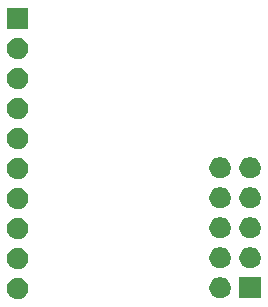
<source format=gbs>
G04 #@! TF.GenerationSoftware,KiCad,Pcbnew,(5.1.5)-2*
G04 #@! TF.CreationDate,2019-12-05T22:10:54+11:00*
G04 #@! TF.ProjectId,BluePill-BitBlaster,426c7565-5069-46c6-9c2d-426974426c61,rev?*
G04 #@! TF.SameCoordinates,Original*
G04 #@! TF.FileFunction,Soldermask,Bot*
G04 #@! TF.FilePolarity,Negative*
%FSLAX46Y46*%
G04 Gerber Fmt 4.6, Leading zero omitted, Abs format (unit mm)*
G04 Created by KiCad (PCBNEW (5.1.5)-2) date 2019-12-05 22:10:54*
%MOMM*%
%LPD*%
G04 APERTURE LIST*
%ADD10C,0.100000*%
G04 APERTURE END LIST*
D10*
G36*
X111238512Y-72188927D02*
G01*
X111387812Y-72218624D01*
X111551784Y-72286544D01*
X111699354Y-72385147D01*
X111824853Y-72510646D01*
X111923456Y-72658216D01*
X111991376Y-72822188D01*
X112026000Y-72996259D01*
X112026000Y-73173741D01*
X111991376Y-73347812D01*
X111923456Y-73511784D01*
X111824853Y-73659354D01*
X111699354Y-73784853D01*
X111551784Y-73883456D01*
X111387812Y-73951376D01*
X111238512Y-73981073D01*
X111213742Y-73986000D01*
X111036258Y-73986000D01*
X111011488Y-73981073D01*
X110862188Y-73951376D01*
X110698216Y-73883456D01*
X110550646Y-73784853D01*
X110425147Y-73659354D01*
X110326544Y-73511784D01*
X110258624Y-73347812D01*
X110224000Y-73173741D01*
X110224000Y-72996259D01*
X110258624Y-72822188D01*
X110326544Y-72658216D01*
X110425147Y-72510646D01*
X110550646Y-72385147D01*
X110698216Y-72286544D01*
X110862188Y-72218624D01*
X111011488Y-72188927D01*
X111036258Y-72184000D01*
X111213742Y-72184000D01*
X111238512Y-72188927D01*
G37*
G36*
X131711000Y-73926000D02*
G01*
X129909000Y-73926000D01*
X129909000Y-72124000D01*
X131711000Y-72124000D01*
X131711000Y-73926000D01*
G37*
G36*
X128383512Y-72128927D02*
G01*
X128532812Y-72158624D01*
X128696784Y-72226544D01*
X128844354Y-72325147D01*
X128969853Y-72450646D01*
X129068456Y-72598216D01*
X129136376Y-72762188D01*
X129171000Y-72936259D01*
X129171000Y-73113741D01*
X129136376Y-73287812D01*
X129068456Y-73451784D01*
X128969853Y-73599354D01*
X128844354Y-73724853D01*
X128696784Y-73823456D01*
X128532812Y-73891376D01*
X128383512Y-73921073D01*
X128358742Y-73926000D01*
X128181258Y-73926000D01*
X128156488Y-73921073D01*
X128007188Y-73891376D01*
X127843216Y-73823456D01*
X127695646Y-73724853D01*
X127570147Y-73599354D01*
X127471544Y-73451784D01*
X127403624Y-73287812D01*
X127369000Y-73113741D01*
X127369000Y-72936259D01*
X127403624Y-72762188D01*
X127471544Y-72598216D01*
X127570147Y-72450646D01*
X127695646Y-72325147D01*
X127843216Y-72226544D01*
X128007188Y-72158624D01*
X128156488Y-72128927D01*
X128181258Y-72124000D01*
X128358742Y-72124000D01*
X128383512Y-72128927D01*
G37*
G36*
X111238512Y-69648927D02*
G01*
X111387812Y-69678624D01*
X111551784Y-69746544D01*
X111699354Y-69845147D01*
X111824853Y-69970646D01*
X111923456Y-70118216D01*
X111991376Y-70282188D01*
X112026000Y-70456259D01*
X112026000Y-70633741D01*
X111991376Y-70807812D01*
X111923456Y-70971784D01*
X111824853Y-71119354D01*
X111699354Y-71244853D01*
X111551784Y-71343456D01*
X111387812Y-71411376D01*
X111238512Y-71441073D01*
X111213742Y-71446000D01*
X111036258Y-71446000D01*
X111011488Y-71441073D01*
X110862188Y-71411376D01*
X110698216Y-71343456D01*
X110550646Y-71244853D01*
X110425147Y-71119354D01*
X110326544Y-70971784D01*
X110258624Y-70807812D01*
X110224000Y-70633741D01*
X110224000Y-70456259D01*
X110258624Y-70282188D01*
X110326544Y-70118216D01*
X110425147Y-69970646D01*
X110550646Y-69845147D01*
X110698216Y-69746544D01*
X110862188Y-69678624D01*
X111011488Y-69648927D01*
X111036258Y-69644000D01*
X111213742Y-69644000D01*
X111238512Y-69648927D01*
G37*
G36*
X128383512Y-69588927D02*
G01*
X128532812Y-69618624D01*
X128696784Y-69686544D01*
X128844354Y-69785147D01*
X128969853Y-69910646D01*
X129068456Y-70058216D01*
X129136376Y-70222188D01*
X129171000Y-70396259D01*
X129171000Y-70573741D01*
X129136376Y-70747812D01*
X129068456Y-70911784D01*
X128969853Y-71059354D01*
X128844354Y-71184853D01*
X128696784Y-71283456D01*
X128532812Y-71351376D01*
X128383512Y-71381073D01*
X128358742Y-71386000D01*
X128181258Y-71386000D01*
X128156488Y-71381073D01*
X128007188Y-71351376D01*
X127843216Y-71283456D01*
X127695646Y-71184853D01*
X127570147Y-71059354D01*
X127471544Y-70911784D01*
X127403624Y-70747812D01*
X127369000Y-70573741D01*
X127369000Y-70396259D01*
X127403624Y-70222188D01*
X127471544Y-70058216D01*
X127570147Y-69910646D01*
X127695646Y-69785147D01*
X127843216Y-69686544D01*
X128007188Y-69618624D01*
X128156488Y-69588927D01*
X128181258Y-69584000D01*
X128358742Y-69584000D01*
X128383512Y-69588927D01*
G37*
G36*
X130923512Y-69588927D02*
G01*
X131072812Y-69618624D01*
X131236784Y-69686544D01*
X131384354Y-69785147D01*
X131509853Y-69910646D01*
X131608456Y-70058216D01*
X131676376Y-70222188D01*
X131711000Y-70396259D01*
X131711000Y-70573741D01*
X131676376Y-70747812D01*
X131608456Y-70911784D01*
X131509853Y-71059354D01*
X131384354Y-71184853D01*
X131236784Y-71283456D01*
X131072812Y-71351376D01*
X130923512Y-71381073D01*
X130898742Y-71386000D01*
X130721258Y-71386000D01*
X130696488Y-71381073D01*
X130547188Y-71351376D01*
X130383216Y-71283456D01*
X130235646Y-71184853D01*
X130110147Y-71059354D01*
X130011544Y-70911784D01*
X129943624Y-70747812D01*
X129909000Y-70573741D01*
X129909000Y-70396259D01*
X129943624Y-70222188D01*
X130011544Y-70058216D01*
X130110147Y-69910646D01*
X130235646Y-69785147D01*
X130383216Y-69686544D01*
X130547188Y-69618624D01*
X130696488Y-69588927D01*
X130721258Y-69584000D01*
X130898742Y-69584000D01*
X130923512Y-69588927D01*
G37*
G36*
X111238512Y-67108927D02*
G01*
X111387812Y-67138624D01*
X111551784Y-67206544D01*
X111699354Y-67305147D01*
X111824853Y-67430646D01*
X111923456Y-67578216D01*
X111991376Y-67742188D01*
X112026000Y-67916259D01*
X112026000Y-68093741D01*
X111991376Y-68267812D01*
X111923456Y-68431784D01*
X111824853Y-68579354D01*
X111699354Y-68704853D01*
X111551784Y-68803456D01*
X111387812Y-68871376D01*
X111238512Y-68901073D01*
X111213742Y-68906000D01*
X111036258Y-68906000D01*
X111011488Y-68901073D01*
X110862188Y-68871376D01*
X110698216Y-68803456D01*
X110550646Y-68704853D01*
X110425147Y-68579354D01*
X110326544Y-68431784D01*
X110258624Y-68267812D01*
X110224000Y-68093741D01*
X110224000Y-67916259D01*
X110258624Y-67742188D01*
X110326544Y-67578216D01*
X110425147Y-67430646D01*
X110550646Y-67305147D01*
X110698216Y-67206544D01*
X110862188Y-67138624D01*
X111011488Y-67108927D01*
X111036258Y-67104000D01*
X111213742Y-67104000D01*
X111238512Y-67108927D01*
G37*
G36*
X130923512Y-67048927D02*
G01*
X131072812Y-67078624D01*
X131236784Y-67146544D01*
X131384354Y-67245147D01*
X131509853Y-67370646D01*
X131608456Y-67518216D01*
X131676376Y-67682188D01*
X131711000Y-67856259D01*
X131711000Y-68033741D01*
X131676376Y-68207812D01*
X131608456Y-68371784D01*
X131509853Y-68519354D01*
X131384354Y-68644853D01*
X131236784Y-68743456D01*
X131072812Y-68811376D01*
X130923512Y-68841073D01*
X130898742Y-68846000D01*
X130721258Y-68846000D01*
X130696488Y-68841073D01*
X130547188Y-68811376D01*
X130383216Y-68743456D01*
X130235646Y-68644853D01*
X130110147Y-68519354D01*
X130011544Y-68371784D01*
X129943624Y-68207812D01*
X129909000Y-68033741D01*
X129909000Y-67856259D01*
X129943624Y-67682188D01*
X130011544Y-67518216D01*
X130110147Y-67370646D01*
X130235646Y-67245147D01*
X130383216Y-67146544D01*
X130547188Y-67078624D01*
X130696488Y-67048927D01*
X130721258Y-67044000D01*
X130898742Y-67044000D01*
X130923512Y-67048927D01*
G37*
G36*
X128383512Y-67048927D02*
G01*
X128532812Y-67078624D01*
X128696784Y-67146544D01*
X128844354Y-67245147D01*
X128969853Y-67370646D01*
X129068456Y-67518216D01*
X129136376Y-67682188D01*
X129171000Y-67856259D01*
X129171000Y-68033741D01*
X129136376Y-68207812D01*
X129068456Y-68371784D01*
X128969853Y-68519354D01*
X128844354Y-68644853D01*
X128696784Y-68743456D01*
X128532812Y-68811376D01*
X128383512Y-68841073D01*
X128358742Y-68846000D01*
X128181258Y-68846000D01*
X128156488Y-68841073D01*
X128007188Y-68811376D01*
X127843216Y-68743456D01*
X127695646Y-68644853D01*
X127570147Y-68519354D01*
X127471544Y-68371784D01*
X127403624Y-68207812D01*
X127369000Y-68033741D01*
X127369000Y-67856259D01*
X127403624Y-67682188D01*
X127471544Y-67518216D01*
X127570147Y-67370646D01*
X127695646Y-67245147D01*
X127843216Y-67146544D01*
X128007188Y-67078624D01*
X128156488Y-67048927D01*
X128181258Y-67044000D01*
X128358742Y-67044000D01*
X128383512Y-67048927D01*
G37*
G36*
X111238512Y-64568927D02*
G01*
X111387812Y-64598624D01*
X111551784Y-64666544D01*
X111699354Y-64765147D01*
X111824853Y-64890646D01*
X111923456Y-65038216D01*
X111991376Y-65202188D01*
X112026000Y-65376259D01*
X112026000Y-65553741D01*
X111991376Y-65727812D01*
X111923456Y-65891784D01*
X111824853Y-66039354D01*
X111699354Y-66164853D01*
X111551784Y-66263456D01*
X111387812Y-66331376D01*
X111238512Y-66361073D01*
X111213742Y-66366000D01*
X111036258Y-66366000D01*
X111011488Y-66361073D01*
X110862188Y-66331376D01*
X110698216Y-66263456D01*
X110550646Y-66164853D01*
X110425147Y-66039354D01*
X110326544Y-65891784D01*
X110258624Y-65727812D01*
X110224000Y-65553741D01*
X110224000Y-65376259D01*
X110258624Y-65202188D01*
X110326544Y-65038216D01*
X110425147Y-64890646D01*
X110550646Y-64765147D01*
X110698216Y-64666544D01*
X110862188Y-64598624D01*
X111011488Y-64568927D01*
X111036258Y-64564000D01*
X111213742Y-64564000D01*
X111238512Y-64568927D01*
G37*
G36*
X128383512Y-64508927D02*
G01*
X128532812Y-64538624D01*
X128696784Y-64606544D01*
X128844354Y-64705147D01*
X128969853Y-64830646D01*
X129068456Y-64978216D01*
X129136376Y-65142188D01*
X129171000Y-65316259D01*
X129171000Y-65493741D01*
X129136376Y-65667812D01*
X129068456Y-65831784D01*
X128969853Y-65979354D01*
X128844354Y-66104853D01*
X128696784Y-66203456D01*
X128532812Y-66271376D01*
X128383512Y-66301073D01*
X128358742Y-66306000D01*
X128181258Y-66306000D01*
X128156488Y-66301073D01*
X128007188Y-66271376D01*
X127843216Y-66203456D01*
X127695646Y-66104853D01*
X127570147Y-65979354D01*
X127471544Y-65831784D01*
X127403624Y-65667812D01*
X127369000Y-65493741D01*
X127369000Y-65316259D01*
X127403624Y-65142188D01*
X127471544Y-64978216D01*
X127570147Y-64830646D01*
X127695646Y-64705147D01*
X127843216Y-64606544D01*
X128007188Y-64538624D01*
X128156488Y-64508927D01*
X128181258Y-64504000D01*
X128358742Y-64504000D01*
X128383512Y-64508927D01*
G37*
G36*
X130923512Y-64508927D02*
G01*
X131072812Y-64538624D01*
X131236784Y-64606544D01*
X131384354Y-64705147D01*
X131509853Y-64830646D01*
X131608456Y-64978216D01*
X131676376Y-65142188D01*
X131711000Y-65316259D01*
X131711000Y-65493741D01*
X131676376Y-65667812D01*
X131608456Y-65831784D01*
X131509853Y-65979354D01*
X131384354Y-66104853D01*
X131236784Y-66203456D01*
X131072812Y-66271376D01*
X130923512Y-66301073D01*
X130898742Y-66306000D01*
X130721258Y-66306000D01*
X130696488Y-66301073D01*
X130547188Y-66271376D01*
X130383216Y-66203456D01*
X130235646Y-66104853D01*
X130110147Y-65979354D01*
X130011544Y-65831784D01*
X129943624Y-65667812D01*
X129909000Y-65493741D01*
X129909000Y-65316259D01*
X129943624Y-65142188D01*
X130011544Y-64978216D01*
X130110147Y-64830646D01*
X130235646Y-64705147D01*
X130383216Y-64606544D01*
X130547188Y-64538624D01*
X130696488Y-64508927D01*
X130721258Y-64504000D01*
X130898742Y-64504000D01*
X130923512Y-64508927D01*
G37*
G36*
X111238512Y-62028927D02*
G01*
X111387812Y-62058624D01*
X111551784Y-62126544D01*
X111699354Y-62225147D01*
X111824853Y-62350646D01*
X111923456Y-62498216D01*
X111991376Y-62662188D01*
X112026000Y-62836259D01*
X112026000Y-63013741D01*
X111991376Y-63187812D01*
X111923456Y-63351784D01*
X111824853Y-63499354D01*
X111699354Y-63624853D01*
X111551784Y-63723456D01*
X111387812Y-63791376D01*
X111238512Y-63821073D01*
X111213742Y-63826000D01*
X111036258Y-63826000D01*
X111011488Y-63821073D01*
X110862188Y-63791376D01*
X110698216Y-63723456D01*
X110550646Y-63624853D01*
X110425147Y-63499354D01*
X110326544Y-63351784D01*
X110258624Y-63187812D01*
X110224000Y-63013741D01*
X110224000Y-62836259D01*
X110258624Y-62662188D01*
X110326544Y-62498216D01*
X110425147Y-62350646D01*
X110550646Y-62225147D01*
X110698216Y-62126544D01*
X110862188Y-62058624D01*
X111011488Y-62028927D01*
X111036258Y-62024000D01*
X111213742Y-62024000D01*
X111238512Y-62028927D01*
G37*
G36*
X128383512Y-61968927D02*
G01*
X128532812Y-61998624D01*
X128696784Y-62066544D01*
X128844354Y-62165147D01*
X128969853Y-62290646D01*
X129068456Y-62438216D01*
X129136376Y-62602188D01*
X129171000Y-62776259D01*
X129171000Y-62953741D01*
X129136376Y-63127812D01*
X129068456Y-63291784D01*
X128969853Y-63439354D01*
X128844354Y-63564853D01*
X128696784Y-63663456D01*
X128532812Y-63731376D01*
X128383512Y-63761073D01*
X128358742Y-63766000D01*
X128181258Y-63766000D01*
X128156488Y-63761073D01*
X128007188Y-63731376D01*
X127843216Y-63663456D01*
X127695646Y-63564853D01*
X127570147Y-63439354D01*
X127471544Y-63291784D01*
X127403624Y-63127812D01*
X127369000Y-62953741D01*
X127369000Y-62776259D01*
X127403624Y-62602188D01*
X127471544Y-62438216D01*
X127570147Y-62290646D01*
X127695646Y-62165147D01*
X127843216Y-62066544D01*
X128007188Y-61998624D01*
X128156488Y-61968927D01*
X128181258Y-61964000D01*
X128358742Y-61964000D01*
X128383512Y-61968927D01*
G37*
G36*
X130923512Y-61968927D02*
G01*
X131072812Y-61998624D01*
X131236784Y-62066544D01*
X131384354Y-62165147D01*
X131509853Y-62290646D01*
X131608456Y-62438216D01*
X131676376Y-62602188D01*
X131711000Y-62776259D01*
X131711000Y-62953741D01*
X131676376Y-63127812D01*
X131608456Y-63291784D01*
X131509853Y-63439354D01*
X131384354Y-63564853D01*
X131236784Y-63663456D01*
X131072812Y-63731376D01*
X130923512Y-63761073D01*
X130898742Y-63766000D01*
X130721258Y-63766000D01*
X130696488Y-63761073D01*
X130547188Y-63731376D01*
X130383216Y-63663456D01*
X130235646Y-63564853D01*
X130110147Y-63439354D01*
X130011544Y-63291784D01*
X129943624Y-63127812D01*
X129909000Y-62953741D01*
X129909000Y-62776259D01*
X129943624Y-62602188D01*
X130011544Y-62438216D01*
X130110147Y-62290646D01*
X130235646Y-62165147D01*
X130383216Y-62066544D01*
X130547188Y-61998624D01*
X130696488Y-61968927D01*
X130721258Y-61964000D01*
X130898742Y-61964000D01*
X130923512Y-61968927D01*
G37*
G36*
X111238512Y-59488927D02*
G01*
X111387812Y-59518624D01*
X111551784Y-59586544D01*
X111699354Y-59685147D01*
X111824853Y-59810646D01*
X111923456Y-59958216D01*
X111991376Y-60122188D01*
X112026000Y-60296259D01*
X112026000Y-60473741D01*
X111991376Y-60647812D01*
X111923456Y-60811784D01*
X111824853Y-60959354D01*
X111699354Y-61084853D01*
X111551784Y-61183456D01*
X111387812Y-61251376D01*
X111238512Y-61281073D01*
X111213742Y-61286000D01*
X111036258Y-61286000D01*
X111011488Y-61281073D01*
X110862188Y-61251376D01*
X110698216Y-61183456D01*
X110550646Y-61084853D01*
X110425147Y-60959354D01*
X110326544Y-60811784D01*
X110258624Y-60647812D01*
X110224000Y-60473741D01*
X110224000Y-60296259D01*
X110258624Y-60122188D01*
X110326544Y-59958216D01*
X110425147Y-59810646D01*
X110550646Y-59685147D01*
X110698216Y-59586544D01*
X110862188Y-59518624D01*
X111011488Y-59488927D01*
X111036258Y-59484000D01*
X111213742Y-59484000D01*
X111238512Y-59488927D01*
G37*
G36*
X111238512Y-56948927D02*
G01*
X111387812Y-56978624D01*
X111551784Y-57046544D01*
X111699354Y-57145147D01*
X111824853Y-57270646D01*
X111923456Y-57418216D01*
X111991376Y-57582188D01*
X112026000Y-57756259D01*
X112026000Y-57933741D01*
X111991376Y-58107812D01*
X111923456Y-58271784D01*
X111824853Y-58419354D01*
X111699354Y-58544853D01*
X111551784Y-58643456D01*
X111387812Y-58711376D01*
X111238512Y-58741073D01*
X111213742Y-58746000D01*
X111036258Y-58746000D01*
X111011488Y-58741073D01*
X110862188Y-58711376D01*
X110698216Y-58643456D01*
X110550646Y-58544853D01*
X110425147Y-58419354D01*
X110326544Y-58271784D01*
X110258624Y-58107812D01*
X110224000Y-57933741D01*
X110224000Y-57756259D01*
X110258624Y-57582188D01*
X110326544Y-57418216D01*
X110425147Y-57270646D01*
X110550646Y-57145147D01*
X110698216Y-57046544D01*
X110862188Y-56978624D01*
X111011488Y-56948927D01*
X111036258Y-56944000D01*
X111213742Y-56944000D01*
X111238512Y-56948927D01*
G37*
G36*
X111238512Y-54408927D02*
G01*
X111387812Y-54438624D01*
X111551784Y-54506544D01*
X111699354Y-54605147D01*
X111824853Y-54730646D01*
X111923456Y-54878216D01*
X111991376Y-55042188D01*
X112026000Y-55216259D01*
X112026000Y-55393741D01*
X111991376Y-55567812D01*
X111923456Y-55731784D01*
X111824853Y-55879354D01*
X111699354Y-56004853D01*
X111551784Y-56103456D01*
X111387812Y-56171376D01*
X111238512Y-56201073D01*
X111213742Y-56206000D01*
X111036258Y-56206000D01*
X111011488Y-56201073D01*
X110862188Y-56171376D01*
X110698216Y-56103456D01*
X110550646Y-56004853D01*
X110425147Y-55879354D01*
X110326544Y-55731784D01*
X110258624Y-55567812D01*
X110224000Y-55393741D01*
X110224000Y-55216259D01*
X110258624Y-55042188D01*
X110326544Y-54878216D01*
X110425147Y-54730646D01*
X110550646Y-54605147D01*
X110698216Y-54506544D01*
X110862188Y-54438624D01*
X111011488Y-54408927D01*
X111036258Y-54404000D01*
X111213742Y-54404000D01*
X111238512Y-54408927D01*
G37*
G36*
X111238512Y-51868927D02*
G01*
X111387812Y-51898624D01*
X111551784Y-51966544D01*
X111699354Y-52065147D01*
X111824853Y-52190646D01*
X111923456Y-52338216D01*
X111991376Y-52502188D01*
X112026000Y-52676259D01*
X112026000Y-52853741D01*
X111991376Y-53027812D01*
X111923456Y-53191784D01*
X111824853Y-53339354D01*
X111699354Y-53464853D01*
X111551784Y-53563456D01*
X111387812Y-53631376D01*
X111238512Y-53661073D01*
X111213742Y-53666000D01*
X111036258Y-53666000D01*
X111011488Y-53661073D01*
X110862188Y-53631376D01*
X110698216Y-53563456D01*
X110550646Y-53464853D01*
X110425147Y-53339354D01*
X110326544Y-53191784D01*
X110258624Y-53027812D01*
X110224000Y-52853741D01*
X110224000Y-52676259D01*
X110258624Y-52502188D01*
X110326544Y-52338216D01*
X110425147Y-52190646D01*
X110550646Y-52065147D01*
X110698216Y-51966544D01*
X110862188Y-51898624D01*
X111011488Y-51868927D01*
X111036258Y-51864000D01*
X111213742Y-51864000D01*
X111238512Y-51868927D01*
G37*
G36*
X112026000Y-51126000D02*
G01*
X110224000Y-51126000D01*
X110224000Y-49324000D01*
X112026000Y-49324000D01*
X112026000Y-51126000D01*
G37*
M02*

</source>
